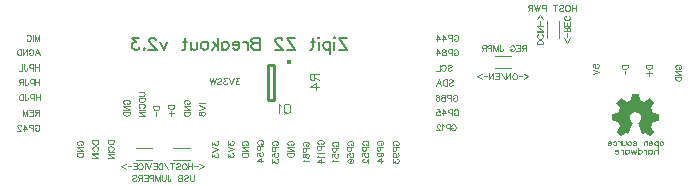
<source format=gbr>
G04 DipTrace 2.4.0.2*
%INBottomSilk.gbr*%
%MOIN*%
%ADD10C,0.0098*%
%ADD12C,0.003*%
%ADD39C,0.0039*%
%ADD44C,0.0154*%
%ADD98C,0.0046*%
%ADD99C,0.0062*%
%FSLAX44Y44*%
G04*
G70*
G90*
G75*
G01*
%LNBotSilk*%
%LPD*%
X13720Y5390D2*
D39*
X13160D1*
X13720Y4990D2*
X13160D1*
X14410D2*
X14970D1*
X14410Y5390D2*
X14970D1*
X27271Y9056D2*
Y9616D1*
X26871Y9056D2*
Y9616D1*
X25687Y8452D2*
X25127D1*
X25687Y8052D2*
X25127D1*
G36*
X29894Y6232D2*
X29942Y6261D1*
X29980Y6306D1*
X30001Y6357D1*
X30008Y6409D1*
X29995Y6476D1*
X29956Y6533D1*
X29899Y6576D1*
X29818Y6594D1*
X29739Y6576D1*
X29684Y6540D1*
X29645Y6480D1*
X29630Y6409D1*
X29639Y6349D1*
X29665Y6295D1*
X29698Y6260D1*
X29745Y6231D1*
X29583Y5867D1*
X29504Y5899D1*
X29336Y5789D1*
X29189Y5946D1*
X29301Y6117D1*
X29233Y6275D1*
X29028Y6317D1*
Y6526D1*
X29240Y6571D1*
X29307Y6720D1*
X29186Y6910D1*
X29329Y7056D1*
X29524Y6933D1*
X29671Y6998D1*
X29711Y7215D1*
X29926D1*
X29966Y6994D1*
X30116Y6934D1*
X30295Y7053D1*
X30450Y6911D1*
X30331Y6732D1*
X30402Y6577D1*
X30604Y6530D1*
Y6315D1*
X30402Y6268D1*
X30331Y6113D1*
X30450Y5934D1*
X30295Y5791D1*
X30128Y5899D1*
X30045Y5851D1*
X29894Y6232D1*
G37*
D44*
X18259Y8266D3*
X17757Y8174D2*
D10*
Y6993D1*
X17561D1*
Y8174D1*
X17757D1*
X18233Y6872D2*
D98*
X18262Y6858D1*
X18291Y6829D1*
X18305Y6800D1*
X18320Y6757D1*
Y6686D1*
X18305Y6642D1*
X18291Y6614D1*
X18262Y6585D1*
X18233Y6571D1*
X18176D1*
X18147Y6585D1*
X18119Y6614D1*
X18104Y6642D1*
X18090Y6686D1*
Y6757D1*
X18104Y6800D1*
X18119Y6829D1*
X18147Y6858D1*
X18176Y6872D1*
X18233D1*
X18190Y6628D2*
X18104Y6542D1*
X17997Y6814D2*
X17968Y6829D1*
X17925Y6872D1*
Y6571D1*
X19120Y7854D2*
Y7725D1*
X19105Y7682D1*
X19091Y7668D1*
X19063Y7654D1*
X19034D1*
X19005Y7668D1*
X18991Y7682D1*
X18976Y7725D1*
Y7854D1*
X19278D1*
X19120Y7754D2*
X19278Y7654D1*
Y7417D2*
X18977D1*
X19177Y7561D1*
Y7346D1*
X9789Y8971D2*
D12*
Y9172D1*
X9866Y8971D1*
X9942Y9172D1*
Y8971D1*
X9727Y9172D2*
Y8971D1*
X9522Y9124D2*
X9532Y9143D1*
X9551Y9162D1*
X9570Y9172D1*
X9608D1*
X9627Y9162D1*
X9646Y9143D1*
X9656Y9124D1*
X9666Y9095D1*
Y9047D1*
X9656Y9019D1*
X9646Y8999D1*
X9627Y8980D1*
X9608Y8971D1*
X9570D1*
X9551Y8980D1*
X9532Y8999D1*
X9522Y9019D1*
X9805Y8490D2*
X9882Y8691D1*
X9958Y8490D1*
X9930Y8557D2*
X9834D1*
X9600Y8643D2*
X9610Y8662D1*
X9629Y8681D1*
X9648Y8691D1*
X9686D1*
X9705Y8681D1*
X9724Y8662D1*
X9734Y8643D1*
X9744Y8614D1*
Y8566D1*
X9734Y8538D1*
X9724Y8519D1*
X9705Y8500D1*
X9686Y8490D1*
X9648D1*
X9629Y8500D1*
X9610Y8519D1*
X9600Y8538D1*
Y8566D1*
X9648D1*
X9404Y8691D2*
Y8490D1*
X9538Y8691D1*
Y8490D1*
X9343Y8691D2*
Y8490D1*
X9276D1*
X9247Y8500D1*
X9228Y8519D1*
X9218Y8538D1*
X9209Y8566D1*
Y8614D1*
X9218Y8643D1*
X9228Y8662D1*
X9247Y8681D1*
X9276Y8691D1*
X9343D1*
X9937Y8183D2*
Y7982D1*
X9803Y8183D2*
Y7982D1*
X9937Y8087D2*
X9803D1*
X9741Y8078D2*
X9655D1*
X9626Y8087D1*
X9616Y8097D1*
X9607Y8116D1*
Y8145D1*
X9616Y8164D1*
X9626Y8174D1*
X9655Y8183D1*
X9741D1*
Y7982D1*
X9449Y8183D2*
Y8030D1*
X9459Y8001D1*
X9469Y7992D1*
X9488Y7982D1*
X9507D1*
X9526Y7992D1*
X9535Y8001D1*
X9545Y8030D1*
Y8049D1*
X9388Y8183D2*
Y7982D1*
X9273D1*
X9955Y7684D2*
Y7483D1*
X9821Y7684D2*
Y7483D1*
X9955Y7589D2*
X9821D1*
X9759Y7579D2*
X9673D1*
X9645Y7589D1*
X9635Y7598D1*
X9625Y7617D1*
Y7646D1*
X9635Y7665D1*
X9645Y7675D1*
X9673Y7684D1*
X9759D1*
Y7483D1*
X9468Y7684D2*
Y7531D1*
X9477Y7503D1*
X9487Y7493D1*
X9506Y7483D1*
X9525D1*
X9544Y7493D1*
X9554Y7503D1*
X9564Y7531D1*
Y7550D1*
X9406Y7589D2*
X9320D1*
X9291Y7598D1*
X9282Y7608D1*
X9272Y7627D1*
Y7646D1*
X9282Y7665D1*
X9291Y7675D1*
X9320Y7684D1*
X9406D1*
Y7483D1*
X9339Y7589D2*
X9272Y7483D1*
X9957Y7183D2*
Y6983D1*
X9823Y7183D2*
Y6983D1*
X9957Y7088D2*
X9823D1*
X9761Y7078D2*
X9675D1*
X9646Y7088D1*
X9636Y7097D1*
X9627Y7116D1*
Y7145D1*
X9636Y7164D1*
X9646Y7174D1*
X9675Y7183D1*
X9761D1*
Y6983D1*
X9469Y7183D2*
Y7030D1*
X9479Y7002D1*
X9489Y6992D1*
X9508Y6983D1*
X9527D1*
X9546Y6992D1*
X9555Y7002D1*
X9565Y7030D1*
Y7050D1*
X9408Y7183D2*
Y6983D1*
X9341D1*
X9312Y6992D1*
X9293Y7011D1*
X9283Y7030D1*
X9274Y7059D1*
Y7107D1*
X9283Y7136D1*
X9293Y7155D1*
X9312Y7174D1*
X9341Y7183D1*
X9408D1*
X9926Y6586D2*
X9840D1*
X9811Y6596D1*
X9802Y6605D1*
X9792Y6624D1*
Y6643D1*
X9802Y6662D1*
X9811Y6672D1*
X9840Y6682D1*
X9926D1*
Y6481D1*
X9859Y6586D2*
X9792Y6481D1*
X9606Y6682D2*
X9730D1*
Y6481D1*
X9606D1*
X9730Y6586D2*
X9654D1*
X9391Y6481D2*
Y6682D1*
X9468Y6481D1*
X9544Y6682D1*
Y6481D1*
X9805Y6134D2*
X9815Y6153D1*
X9834Y6172D1*
X9853Y6181D1*
X9891D1*
X9910Y6172D1*
X9929Y6153D1*
X9939Y6134D1*
X9949Y6105D1*
Y6057D1*
X9939Y6028D1*
X9929Y6009D1*
X9910Y5990D1*
X9891Y5980D1*
X9853D1*
X9834Y5990D1*
X9815Y6009D1*
X9805Y6028D1*
Y6057D1*
X9853D1*
X9743Y6076D2*
X9657D1*
X9629Y6086D1*
X9619Y6095D1*
X9609Y6114D1*
Y6143D1*
X9619Y6162D1*
X9629Y6172D1*
X9657Y6181D1*
X9743D1*
Y5980D1*
X9452D2*
Y6181D1*
X9548Y6047D1*
X9404D1*
X9333Y6133D2*
Y6143D1*
X9323Y6162D1*
X9314Y6172D1*
X9294Y6181D1*
X9256D1*
X9237Y6172D1*
X9228Y6162D1*
X9218Y6143D1*
Y6124D1*
X9228Y6105D1*
X9247Y6076D1*
X9342Y5980D1*
X9208D1*
X11258Y5490D2*
X11239Y5500D1*
X11220Y5519D1*
X11211Y5538D1*
Y5576D1*
X11220Y5595D1*
X11239Y5614D1*
X11258Y5624D1*
X11287Y5634D1*
X11335D1*
X11364Y5624D1*
X11383Y5614D1*
X11402Y5595D1*
X11412Y5576D1*
Y5538D1*
X11402Y5519D1*
X11383Y5500D1*
X11364Y5490D1*
X11335D1*
Y5538D1*
X11211Y5294D2*
X11412D1*
X11211Y5428D1*
X11412D1*
X11211Y5233D2*
X11412D1*
Y5166D1*
X11402Y5137D1*
X11383Y5118D1*
X11364Y5108D1*
X11335Y5099D1*
X11287D1*
X11258Y5108D1*
X11239Y5118D1*
X11220Y5137D1*
X11211Y5166D1*
Y5233D1*
X11717Y5649D2*
X11918D1*
Y5582D1*
X11908Y5553D1*
X11889Y5534D1*
X11870Y5524D1*
X11842Y5515D1*
X11794D1*
X11765Y5524D1*
X11746Y5534D1*
X11727Y5553D1*
X11717Y5582D1*
Y5649D1*
X11765Y5310D2*
X11746Y5319D1*
X11727Y5338D1*
X11717Y5357D1*
Y5396D1*
X11727Y5415D1*
X11746Y5434D1*
X11765Y5444D1*
X11794Y5453D1*
X11842D1*
X11870Y5444D1*
X11889Y5434D1*
X11908Y5415D1*
X11918Y5396D1*
Y5357D1*
X11908Y5338D1*
X11889Y5319D1*
X11870Y5310D1*
X11717Y5248D2*
X11918D1*
X11717Y5052D2*
X11918D1*
X11717Y5186D1*
X11918D1*
X12228Y5651D2*
X12429D1*
Y5584D1*
X12420Y5555D1*
X12401Y5536D1*
X12381Y5526D1*
X12353Y5517D1*
X12305D1*
X12276Y5526D1*
X12257Y5536D1*
X12238Y5555D1*
X12228Y5584D1*
Y5651D1*
X12276Y5311D2*
X12257Y5321D1*
X12238Y5340D1*
X12228Y5359D1*
Y5397D1*
X12238Y5417D1*
X12257Y5436D1*
X12276Y5445D1*
X12305Y5455D1*
X12353D1*
X12381Y5445D1*
X12401Y5436D1*
X12420Y5417D1*
X12429Y5397D1*
Y5359D1*
X12420Y5340D1*
X12401Y5321D1*
X12381Y5311D1*
X12228Y5250D2*
X12429D1*
X12228Y5054D2*
X12429D1*
X12228Y5188D1*
X12429D1*
X12803Y6868D2*
X12784Y6877D1*
X12765Y6896D1*
X12755Y6915D1*
Y6954D1*
X12765Y6973D1*
X12784Y6992D1*
X12803Y7002D1*
X12832Y7011D1*
X12880D1*
X12908Y7002D1*
X12927Y6992D1*
X12946Y6973D1*
X12956Y6954D1*
Y6915D1*
X12946Y6896D1*
X12927Y6877D1*
X12908Y6868D1*
X12880D1*
Y6915D1*
X12755Y6672D2*
X12956D1*
X12755Y6806D1*
X12956D1*
X12755Y6610D2*
X12956D1*
Y6543D1*
X12946Y6515D1*
X12927Y6495D1*
X12908Y6486D1*
X12880Y6476D1*
X12832D1*
X12803Y6486D1*
X12784Y6495D1*
X12765Y6515D1*
X12755Y6543D1*
Y6610D1*
X13256Y7268D2*
X13399D1*
X13428Y7258D1*
X13447Y7239D1*
X13457Y7210D1*
Y7191D1*
X13447Y7163D1*
X13428Y7143D1*
X13399Y7134D1*
X13256D1*
Y7072D2*
X13457D1*
Y7005D1*
X13447Y6976D1*
X13428Y6957D1*
X13409Y6948D1*
X13380Y6938D1*
X13332D1*
X13304Y6948D1*
X13285Y6957D1*
X13265Y6976D1*
X13256Y7005D1*
Y7072D1*
X13304Y6733D2*
X13285Y6742D1*
X13265Y6762D1*
X13256Y6781D1*
Y6819D1*
X13265Y6838D1*
X13285Y6857D1*
X13304Y6867D1*
X13332Y6876D1*
X13380D1*
X13409Y6867D1*
X13428Y6857D1*
X13447Y6838D1*
X13457Y6819D1*
Y6781D1*
X13447Y6762D1*
X13428Y6742D1*
X13409Y6733D1*
X13256Y6671D2*
X13457D1*
X13256Y6475D2*
X13457D1*
X13256Y6609D1*
X13457D1*
X13748Y6784D2*
X13949D1*
Y6717D1*
X13939Y6689D1*
X13920Y6669D1*
X13901Y6660D1*
X13872Y6650D1*
X13824D1*
X13795Y6660D1*
X13776Y6669D1*
X13757Y6689D1*
X13748Y6717D1*
Y6784D1*
X13848Y6589D2*
Y6478D1*
X14246Y6840D2*
X14447D1*
Y6773D1*
X14437Y6744D1*
X14418Y6725D1*
X14399Y6715D1*
X14370Y6706D1*
X14322D1*
X14293Y6715D1*
X14274Y6725D1*
X14255Y6744D1*
X14246Y6773D1*
Y6840D1*
X14260Y6558D2*
X14432D1*
X14346Y6644D2*
Y6472D1*
X14811Y6855D2*
X14792Y6865D1*
X14773Y6884D1*
X14763Y6903D1*
Y6941D1*
X14773Y6960D1*
X14792Y6979D1*
X14811Y6989D1*
X14840Y6998D1*
X14888D1*
X14916Y6989D1*
X14935Y6979D1*
X14954Y6960D1*
X14964Y6941D1*
Y6903D1*
X14954Y6884D1*
X14935Y6865D1*
X14916Y6855D1*
X14888D1*
Y6903D1*
X14763Y6659D2*
X14964D1*
X14763Y6793D1*
X14964D1*
X14763Y6598D2*
X14964D1*
Y6531D1*
X14954Y6502D1*
X14935Y6483D1*
X14916Y6473D1*
X14888Y6464D1*
X14840D1*
X14811Y6473D1*
X14792Y6483D1*
X14773Y6502D1*
X14763Y6531D1*
Y6598D1*
X15295Y6932D2*
X15285Y6912D1*
X15257Y6884D1*
X15457D1*
X15256Y6822D2*
X15457Y6745D1*
X15256Y6669D1*
X15257Y6559D2*
X15266Y6588D1*
X15285Y6598D1*
X15304D1*
X15323Y6588D1*
X15333Y6569D1*
X15343Y6531D1*
X15352Y6502D1*
X15371Y6483D1*
X15390Y6473D1*
X15419D1*
X15438Y6483D1*
X15448Y6492D1*
X15457Y6521D1*
Y6559D1*
X15448Y6588D1*
X15438Y6598D1*
X15419Y6607D1*
X15390D1*
X15371Y6598D1*
X15352Y6578D1*
X15343Y6550D1*
X15333Y6512D1*
X15323Y6492D1*
X15304Y6483D1*
X15285D1*
X15266Y6492D1*
X15257Y6521D1*
Y6559D1*
X15709Y5612D2*
Y5507D1*
X15786Y5564D1*
Y5535D1*
X15795Y5516D1*
X15805Y5507D1*
X15833Y5497D1*
X15852D1*
X15881Y5507D1*
X15900Y5526D1*
X15910Y5555D1*
Y5583D1*
X15900Y5612D1*
X15891Y5621D1*
X15872Y5631D1*
X15709Y5435D2*
X15910Y5359D1*
X15709Y5282D1*
Y5201D2*
Y5096D1*
X15786Y5154D1*
Y5125D1*
X15795Y5106D1*
X15805Y5096D1*
X15833Y5087D1*
X15852D1*
X15881Y5096D1*
X15900Y5115D1*
X15910Y5144D1*
Y5173D1*
X15900Y5201D1*
X15891Y5211D1*
X15872Y5221D1*
X16224Y5620D2*
Y5515D1*
X16300Y5572D1*
Y5544D1*
X16310Y5525D1*
X16319Y5515D1*
X16348Y5505D1*
X16367D1*
X16396Y5515D1*
X16415Y5534D1*
X16425Y5563D1*
Y5591D1*
X16415Y5620D1*
X16405Y5630D1*
X16386Y5639D1*
X16224Y5444D2*
X16425Y5367D1*
X16224Y5291D1*
Y5210D2*
Y5105D1*
X16300Y5162D1*
Y5133D1*
X16310Y5114D1*
X16319Y5105D1*
X16348Y5095D1*
X16367D1*
X16396Y5105D1*
X16415Y5124D1*
X16425Y5152D1*
Y5181D1*
X16415Y5210D1*
X16405Y5219D1*
X16386Y5229D1*
X16758Y5485D2*
X16739Y5495D1*
X16720Y5514D1*
X16710Y5533D1*
Y5571D1*
X16720Y5591D1*
X16739Y5610D1*
X16758Y5619D1*
X16787Y5629D1*
X16835D1*
X16863Y5619D1*
X16883Y5610D1*
X16902Y5591D1*
X16911Y5571D1*
Y5533D1*
X16902Y5514D1*
X16883Y5495D1*
X16863Y5485D1*
X16835D1*
Y5533D1*
X16710Y5290D2*
X16911D1*
X16710Y5424D1*
X16911D1*
X16710Y5228D2*
X16911D1*
Y5161D1*
X16902Y5132D1*
X16883Y5113D1*
X16863Y5104D1*
X16835Y5094D1*
X16787D1*
X16758Y5104D1*
X16739Y5113D1*
X16720Y5132D1*
X16710Y5161D1*
Y5228D1*
X17261Y5515D2*
X17242Y5524D1*
X17223Y5543D1*
X17213Y5562D1*
Y5601D1*
X17223Y5620D1*
X17242Y5639D1*
X17261Y5649D1*
X17290Y5658D1*
X17338D1*
X17366Y5649D1*
X17386Y5639D1*
X17405Y5620D1*
X17414Y5601D1*
Y5562D1*
X17405Y5543D1*
X17386Y5524D1*
X17366Y5515D1*
X17338D1*
Y5562D1*
X17319Y5453D2*
Y5367D1*
X17309Y5338D1*
X17299Y5328D1*
X17280Y5319D1*
X17252D1*
X17233Y5328D1*
X17223Y5338D1*
X17213Y5367D1*
Y5453D1*
X17414D1*
X17214Y5142D2*
Y5238D1*
X17300Y5247D1*
X17290Y5238D1*
X17280Y5209D1*
Y5181D1*
X17290Y5152D1*
X17309Y5133D1*
X17338Y5123D1*
X17357D1*
X17386Y5133D1*
X17405Y5152D1*
X17414Y5181D1*
Y5209D1*
X17405Y5238D1*
X17395Y5247D1*
X17376Y5257D1*
X17414Y4966D2*
X17214D1*
X17347Y5061D1*
Y4918D1*
X18269Y5491D2*
X18250Y5500D1*
X18231Y5519D1*
X18221Y5538D1*
Y5577D1*
X18231Y5596D1*
X18250Y5615D1*
X18269Y5625D1*
X18298Y5634D1*
X18346D1*
X18374Y5625D1*
X18393Y5615D1*
X18412Y5596D1*
X18422Y5577D1*
Y5538D1*
X18412Y5519D1*
X18393Y5500D1*
X18374Y5491D1*
X18346D1*
Y5538D1*
X18221Y5295D2*
X18422D1*
X18221Y5429D1*
X18422D1*
X18221Y5233D2*
X18422D1*
Y5166D1*
X18412Y5137D1*
X18393Y5118D1*
X18374Y5109D1*
X18346Y5099D1*
X18298D1*
X18269Y5109D1*
X18250Y5118D1*
X18231Y5137D1*
X18221Y5166D1*
Y5233D1*
X17758Y5491D2*
X17739Y5501D1*
X17719Y5520D1*
X17710Y5539D1*
Y5577D1*
X17719Y5596D1*
X17739Y5615D1*
X17758Y5625D1*
X17786Y5635D1*
X17834D1*
X17863Y5625D1*
X17882Y5615D1*
X17901Y5596D1*
X17911Y5577D1*
Y5539D1*
X17901Y5520D1*
X17882Y5501D1*
X17863Y5491D1*
X17834D1*
Y5539D1*
X17815Y5429D2*
Y5343D1*
X17806Y5315D1*
X17796Y5305D1*
X17777Y5295D1*
X17748D1*
X17729Y5305D1*
X17719Y5315D1*
X17710Y5343D1*
Y5429D1*
X17911D1*
X17710Y5119D2*
Y5215D1*
X17796Y5224D1*
X17787Y5215D1*
X17777Y5186D1*
Y5157D1*
X17787Y5129D1*
X17806Y5109D1*
X17834Y5100D1*
X17853D1*
X17882Y5109D1*
X17901Y5129D1*
X17911Y5157D1*
Y5186D1*
X17901Y5215D1*
X17892Y5224D1*
X17873Y5234D1*
X17710Y5019D2*
Y4914D1*
X17787Y4971D1*
Y4942D1*
X17796Y4923D1*
X17806Y4914D1*
X17834Y4904D1*
X17853D1*
X17882Y4914D1*
X17901Y4933D1*
X17911Y4962D1*
Y4990D1*
X17901Y5019D1*
X17892Y5028D1*
X17873Y5038D1*
X18777Y5468D2*
X18758Y5478D1*
X18738Y5497D1*
X18729Y5516D1*
Y5554D1*
X18738Y5574D1*
X18758Y5593D1*
X18777Y5602D1*
X18805Y5612D1*
X18853D1*
X18882Y5602D1*
X18901Y5593D1*
X18920Y5574D1*
X18930Y5554D1*
Y5516D1*
X18920Y5497D1*
X18901Y5478D1*
X18882Y5468D1*
X18853D1*
Y5516D1*
X18834Y5407D2*
Y5320D1*
X18825Y5292D1*
X18815Y5282D1*
X18796Y5273D1*
X18767D1*
X18748Y5282D1*
X18738Y5292D1*
X18729Y5320D1*
Y5407D1*
X18930D1*
X18729Y5163D2*
X18739Y5192D1*
X18758Y5201D1*
X18777D1*
X18796Y5192D1*
X18806Y5173D1*
X18815Y5134D1*
X18825Y5106D1*
X18844Y5087D1*
X18863Y5077D1*
X18892D1*
X18911Y5087D1*
X18920Y5096D1*
X18930Y5125D1*
Y5163D1*
X18920Y5192D1*
X18911Y5201D1*
X18892Y5211D1*
X18863D1*
X18844Y5201D1*
X18825Y5182D1*
X18815Y5154D1*
X18806Y5115D1*
X18796Y5096D1*
X18777Y5087D1*
X18758D1*
X18739Y5096D1*
X18729Y5125D1*
Y5163D1*
X18767Y5015D2*
X18758Y4996D1*
X18729Y4967D1*
X18930D1*
X19268Y5521D2*
X19249Y5531D1*
X19230Y5550D1*
X19221Y5569D1*
Y5607D1*
X19230Y5626D1*
X19249Y5645D1*
X19268Y5655D1*
X19297Y5665D1*
X19345D1*
X19374Y5655D1*
X19393Y5645D1*
X19412Y5626D1*
X19422Y5607D1*
Y5569D1*
X19412Y5550D1*
X19393Y5531D1*
X19374Y5521D1*
X19345D1*
Y5569D1*
X19326Y5459D2*
Y5373D1*
X19316Y5345D1*
X19307Y5335D1*
X19288Y5325D1*
X19259D1*
X19240Y5335D1*
X19230Y5345D1*
X19221Y5373D1*
Y5459D1*
X19422D1*
X19259Y5264D2*
X19249Y5244D1*
X19221Y5216D1*
X19422D1*
X19259Y5154D2*
X19249Y5135D1*
X19221Y5106D1*
X19422D1*
Y4948D2*
X19221D1*
X19355Y5044D1*
Y4901D1*
X19765Y5467D2*
X19746Y5476D1*
X19726Y5496D1*
X19717Y5515D1*
Y5553D1*
X19726Y5572D1*
X19746Y5591D1*
X19765Y5601D1*
X19793Y5610D1*
X19841D1*
X19870Y5601D1*
X19889Y5591D1*
X19908Y5572D1*
X19918Y5553D1*
Y5515D1*
X19908Y5496D1*
X19889Y5476D1*
X19870Y5467D1*
X19841D1*
Y5515D1*
X19822Y5405D2*
Y5319D1*
X19813Y5290D1*
X19803Y5281D1*
X19784Y5271D1*
X19755D1*
X19736Y5281D1*
X19726Y5290D1*
X19717Y5319D1*
Y5405D1*
X19918D1*
X19717Y5095D2*
Y5190D1*
X19803Y5200D1*
X19794Y5190D1*
X19784Y5161D1*
Y5133D1*
X19794Y5104D1*
X19813Y5085D1*
X19841Y5075D1*
X19860D1*
X19889Y5085D1*
X19908Y5104D1*
X19918Y5133D1*
Y5161D1*
X19908Y5190D1*
X19899Y5200D1*
X19880Y5209D1*
X19755Y5014D2*
X19746Y4994D1*
X19717Y4966D1*
X19918D1*
X20266Y5486D2*
X20247Y5496D1*
X20228Y5515D1*
X20218Y5534D1*
Y5572D1*
X20228Y5591D1*
X20247Y5610D1*
X20266Y5620D1*
X20295Y5630D1*
X20343D1*
X20371Y5620D1*
X20391Y5610D1*
X20410Y5591D1*
X20419Y5572D1*
Y5534D1*
X20410Y5515D1*
X20391Y5496D1*
X20371Y5486D1*
X20343D1*
Y5534D1*
X20324Y5424D2*
Y5338D1*
X20314Y5310D1*
X20304Y5300D1*
X20285Y5290D1*
X20257D1*
X20238Y5300D1*
X20228Y5310D1*
X20218Y5338D1*
Y5424D1*
X20419D1*
X20219Y5114D2*
Y5209D1*
X20305Y5219D1*
X20295Y5209D1*
X20285Y5181D1*
Y5152D1*
X20295Y5123D1*
X20314Y5104D1*
X20343Y5095D1*
X20362D1*
X20391Y5104D1*
X20410Y5123D1*
X20419Y5152D1*
Y5181D1*
X20410Y5209D1*
X20400Y5219D1*
X20381Y5229D1*
X20219Y4975D2*
X20228Y5004D1*
X20257Y5023D1*
X20305Y5033D1*
X20333D1*
X20381Y5023D1*
X20410Y5004D1*
X20419Y4975D1*
Y4956D1*
X20410Y4928D1*
X20381Y4909D1*
X20333Y4899D1*
X20305D1*
X20257Y4909D1*
X20228Y4928D1*
X20219Y4956D1*
Y4975D1*
X20257Y4909D2*
X20381Y5023D1*
X20766Y5494D2*
X20747Y5504D1*
X20728Y5523D1*
X20718Y5542D1*
Y5580D1*
X20728Y5599D1*
X20747Y5618D1*
X20766Y5628D1*
X20795Y5638D1*
X20843D1*
X20871Y5628D1*
X20890Y5618D1*
X20909Y5599D1*
X20919Y5580D1*
Y5542D1*
X20909Y5523D1*
X20890Y5504D1*
X20871Y5494D1*
X20843D1*
Y5542D1*
X20823Y5432D2*
Y5346D1*
X20814Y5318D1*
X20804Y5308D1*
X20785Y5298D1*
X20756D1*
X20737Y5308D1*
X20728Y5318D1*
X20718Y5346D1*
Y5432D1*
X20919D1*
X20718Y5122D2*
Y5217D1*
X20804Y5227D1*
X20795Y5217D1*
X20785Y5189D1*
Y5160D1*
X20795Y5131D1*
X20814Y5112D1*
X20843Y5103D1*
X20862D1*
X20890Y5112D1*
X20910Y5131D1*
X20919Y5160D1*
Y5189D1*
X20910Y5217D1*
X20900Y5227D1*
X20881Y5237D1*
X20766Y5031D2*
X20757D1*
X20737Y5022D1*
X20728Y5012D1*
X20718Y4993D1*
Y4955D1*
X20728Y4936D1*
X20737Y4926D1*
X20757Y4917D1*
X20776D1*
X20795Y4926D1*
X20823Y4945D1*
X20919Y5041D1*
Y4907D1*
X21256Y5502D2*
X21237Y5512D1*
X21218Y5531D1*
X21208Y5550D1*
Y5588D1*
X21218Y5607D1*
X21237Y5627D1*
X21256Y5636D1*
X21285Y5646D1*
X21333D1*
X21361Y5636D1*
X21380Y5627D1*
X21399Y5607D1*
X21409Y5588D1*
Y5550D1*
X21399Y5531D1*
X21380Y5512D1*
X21361Y5502D1*
X21333D1*
Y5550D1*
X21313Y5441D2*
Y5354D1*
X21304Y5326D1*
X21294Y5316D1*
X21275Y5307D1*
X21247D1*
X21227Y5316D1*
X21218Y5326D1*
X21208Y5354D1*
Y5441D1*
X21409D1*
X21275Y5120D2*
X21304Y5130D1*
X21323Y5149D1*
X21333Y5178D1*
Y5187D1*
X21323Y5216D1*
X21304Y5235D1*
X21275Y5245D1*
X21266D1*
X21237Y5235D1*
X21218Y5216D1*
X21208Y5187D1*
Y5178D1*
X21218Y5149D1*
X21237Y5130D1*
X21275Y5120D1*
X21323D1*
X21371Y5130D1*
X21400Y5149D1*
X21409Y5178D1*
Y5197D1*
X21400Y5226D1*
X21380Y5235D1*
X21409Y4963D2*
X21208D1*
X21342Y5059D1*
Y4915D1*
X21771Y5483D2*
X21751Y5493D1*
X21732Y5512D1*
X21723Y5531D1*
Y5569D1*
X21732Y5588D1*
X21751Y5607D1*
X21771Y5617D1*
X21799Y5626D1*
X21847D1*
X21876Y5617D1*
X21895Y5607D1*
X21914Y5588D1*
X21924Y5569D1*
Y5531D1*
X21914Y5512D1*
X21895Y5493D1*
X21876Y5483D1*
X21847D1*
Y5531D1*
X21828Y5421D2*
Y5335D1*
X21818Y5307D1*
X21809Y5297D1*
X21790Y5287D1*
X21761D1*
X21742Y5297D1*
X21732Y5307D1*
X21723Y5335D1*
Y5421D1*
X21924D1*
X21790Y5101D2*
X21818Y5111D1*
X21838Y5130D1*
X21847Y5159D1*
Y5168D1*
X21838Y5197D1*
X21818Y5216D1*
X21790Y5226D1*
X21780D1*
X21751Y5216D1*
X21732Y5197D1*
X21723Y5168D1*
Y5159D1*
X21732Y5130D1*
X21751Y5111D1*
X21790Y5101D1*
X21838D1*
X21885Y5111D1*
X21914Y5130D1*
X21924Y5159D1*
Y5178D1*
X21914Y5206D1*
X21895Y5216D1*
X21723Y5020D2*
Y4915D1*
X21799Y4972D1*
Y4944D1*
X21809Y4925D1*
X21818Y4915D1*
X21847Y4905D1*
X21866D1*
X21895Y4915D1*
X21914Y4934D1*
X21924Y4963D1*
Y4992D1*
X21914Y5020D1*
X21904Y5030D1*
X21885Y5039D1*
X23687Y6136D2*
X23696Y6155D1*
X23715Y6174D1*
X23734Y6184D1*
X23773D1*
X23792Y6174D1*
X23811Y6155D1*
X23821Y6136D1*
X23830Y6107D1*
Y6059D1*
X23821Y6031D1*
X23811Y6011D1*
X23792Y5992D1*
X23773Y5983D1*
X23734D1*
X23715Y5992D1*
X23696Y6011D1*
X23687Y6031D1*
Y6059D1*
X23734D1*
X23625Y6078D2*
X23539D1*
X23510Y6088D1*
X23500Y6098D1*
X23491Y6117D1*
Y6145D1*
X23500Y6164D1*
X23510Y6174D1*
X23539Y6184D1*
X23625D1*
Y5983D1*
X23429Y6145D2*
X23410Y6155D1*
X23381Y6183D1*
Y5983D1*
X23310Y6136D2*
Y6145D1*
X23300Y6164D1*
X23291Y6174D1*
X23271Y6183D1*
X23233D1*
X23214Y6174D1*
X23205Y6164D1*
X23195Y6145D1*
Y6126D1*
X23205Y6107D1*
X23224Y6078D1*
X23319Y5983D1*
X23185D1*
X23770Y6637D2*
X23779Y6656D1*
X23799Y6676D1*
X23818Y6685D1*
X23856D1*
X23875Y6676D1*
X23894Y6656D1*
X23904Y6637D1*
X23913Y6609D1*
Y6561D1*
X23904Y6532D1*
X23894Y6513D1*
X23875Y6494D1*
X23856Y6484D1*
X23818D1*
X23799Y6494D1*
X23779Y6513D1*
X23770Y6532D1*
Y6561D1*
X23818D1*
X23708Y6580D2*
X23622D1*
X23593Y6589D1*
X23584Y6599D1*
X23574Y6618D1*
Y6647D1*
X23584Y6666D1*
X23593Y6676D1*
X23622Y6685D1*
X23708D1*
Y6484D1*
X23417D2*
Y6685D1*
X23512Y6551D1*
X23369D1*
X23192Y6685D2*
X23288D1*
X23297Y6599D1*
X23288Y6608D1*
X23259Y6618D1*
X23231D1*
X23202Y6608D1*
X23183Y6589D1*
X23173Y6561D1*
Y6542D1*
X23183Y6513D1*
X23202Y6494D1*
X23231Y6484D1*
X23259D1*
X23288Y6494D1*
X23297Y6503D1*
X23307Y6522D1*
X23737Y7126D2*
X23747Y7145D1*
X23766Y7164D1*
X23785Y7173D1*
X23823D1*
X23842Y7164D1*
X23861Y7145D1*
X23871Y7126D1*
X23881Y7097D1*
Y7049D1*
X23871Y7020D1*
X23861Y7001D1*
X23842Y6982D1*
X23823Y6973D1*
X23785D1*
X23766Y6982D1*
X23747Y7001D1*
X23737Y7020D1*
Y7049D1*
X23785D1*
X23675Y7068D2*
X23589D1*
X23561Y7078D1*
X23551Y7087D1*
X23541Y7106D1*
Y7135D1*
X23551Y7154D1*
X23561Y7164D1*
X23589Y7173D1*
X23675D1*
Y6973D1*
X23432Y7173D2*
X23460Y7164D1*
X23470Y7145D1*
Y7126D1*
X23460Y7106D1*
X23441Y7097D1*
X23403Y7087D1*
X23374Y7078D1*
X23355Y7059D1*
X23346Y7040D1*
Y7011D1*
X23355Y6992D1*
X23365Y6982D1*
X23394Y6973D1*
X23432D1*
X23460Y6982D1*
X23470Y6992D1*
X23480Y7011D1*
Y7040D1*
X23470Y7059D1*
X23451Y7078D1*
X23422Y7087D1*
X23384Y7097D1*
X23365Y7106D1*
X23355Y7126D1*
Y7145D1*
X23365Y7164D1*
X23394Y7173D1*
X23432D1*
X23169Y7145D2*
X23179Y7164D1*
X23208Y7173D1*
X23227D1*
X23255Y7164D1*
X23275Y7135D1*
X23284Y7087D1*
Y7040D1*
X23275Y7001D1*
X23255Y6982D1*
X23227Y6973D1*
X23217D1*
X23189Y6982D1*
X23169Y7001D1*
X23160Y7030D1*
Y7040D1*
X23169Y7068D1*
X23189Y7087D1*
X23217Y7097D1*
X23227D1*
X23255Y7087D1*
X23275Y7068D1*
X23284Y7040D1*
X23590Y7654D2*
X23609Y7674D1*
X23638Y7683D1*
X23676D1*
X23705Y7674D1*
X23724Y7654D1*
Y7635D1*
X23714Y7616D1*
X23705Y7607D1*
X23686Y7597D1*
X23628Y7578D1*
X23609Y7568D1*
X23600Y7559D1*
X23590Y7540D1*
Y7511D1*
X23609Y7492D1*
X23638Y7482D1*
X23676D1*
X23705Y7492D1*
X23724Y7511D1*
X23528Y7683D2*
Y7482D1*
X23461D1*
X23433Y7492D1*
X23413Y7511D1*
X23404Y7530D1*
X23394Y7559D1*
Y7607D1*
X23404Y7635D1*
X23413Y7654D1*
X23433Y7674D1*
X23461Y7683D1*
X23528D1*
X23180Y7482D2*
X23256Y7683D1*
X23333Y7482D1*
X23304Y7549D2*
X23208D1*
X23556Y8148D2*
X23575Y8167D1*
X23604Y8176D1*
X23642D1*
X23671Y8167D1*
X23690Y8148D1*
Y8129D1*
X23680Y8109D1*
X23671Y8100D1*
X23652Y8090D1*
X23594Y8071D1*
X23575Y8062D1*
X23566Y8052D1*
X23556Y8033D1*
Y8004D1*
X23575Y7985D1*
X23604Y7975D1*
X23642D1*
X23671Y7985D1*
X23690Y8004D1*
X23351Y8129D2*
X23360Y8148D1*
X23380Y8167D1*
X23399Y8176D1*
X23437D1*
X23456Y8167D1*
X23475Y8148D1*
X23485Y8129D1*
X23494Y8100D1*
Y8052D1*
X23485Y8023D1*
X23475Y8004D1*
X23456Y7985D1*
X23437Y7975D1*
X23399D1*
X23380Y7985D1*
X23360Y8004D1*
X23351Y8023D1*
X23289Y8176D2*
Y7975D1*
X23174D1*
X23756Y8637D2*
X23766Y8656D1*
X23785Y8675D1*
X23804Y8684D1*
X23842D1*
X23862Y8675D1*
X23881Y8656D1*
X23890Y8637D1*
X23900Y8608D1*
Y8560D1*
X23890Y8531D1*
X23881Y8512D1*
X23862Y8493D1*
X23842Y8483D1*
X23804D1*
X23785Y8493D1*
X23766Y8512D1*
X23756Y8531D1*
Y8560D1*
X23804D1*
X23695Y8579D2*
X23608D1*
X23580Y8589D1*
X23570Y8598D1*
X23561Y8617D1*
Y8646D1*
X23570Y8665D1*
X23580Y8675D1*
X23608Y8684D1*
X23695D1*
Y8483D1*
X23451Y8684D2*
X23480Y8675D1*
X23489Y8656D1*
Y8636D1*
X23480Y8617D1*
X23461Y8608D1*
X23422Y8598D1*
X23394Y8589D1*
X23375Y8569D1*
X23365Y8550D1*
Y8522D1*
X23375Y8503D1*
X23384Y8493D1*
X23413Y8483D1*
X23451D1*
X23480Y8493D1*
X23489Y8503D1*
X23499Y8522D1*
Y8550D1*
X23489Y8569D1*
X23470Y8589D1*
X23442Y8598D1*
X23403Y8608D1*
X23384Y8617D1*
X23375Y8636D1*
Y8656D1*
X23384Y8675D1*
X23413Y8684D1*
X23451D1*
X23208Y8483D2*
Y8684D1*
X23303Y8550D1*
X23160D1*
X23768Y9125D2*
X23777Y9144D1*
X23797Y9163D1*
X23816Y9173D1*
X23854D1*
X23873Y9163D1*
X23892Y9144D1*
X23902Y9125D1*
X23911Y9096D1*
Y9048D1*
X23902Y9020D1*
X23892Y9000D1*
X23873Y8981D1*
X23854Y8972D1*
X23816D1*
X23797Y8981D1*
X23777Y9000D1*
X23768Y9020D1*
Y9048D1*
X23816D1*
X23706Y9067D2*
X23620D1*
X23591Y9077D1*
X23582Y9087D1*
X23572Y9106D1*
Y9134D1*
X23582Y9153D1*
X23591Y9163D1*
X23620Y9173D1*
X23706D1*
Y8972D1*
X23415D2*
Y9172D1*
X23510Y9039D1*
X23367D1*
X23209Y8972D2*
Y9172D1*
X23305Y9039D1*
X23162D1*
X15102Y4496D2*
Y4353D1*
X15092Y4324D1*
X15073Y4305D1*
X15044Y4295D1*
X15025D1*
X14997Y4305D1*
X14977Y4324D1*
X14968Y4353D1*
Y4496D1*
X14772Y4467D2*
X14791Y4487D1*
X14820Y4496D1*
X14858D1*
X14887Y4487D1*
X14906Y4467D1*
Y4448D1*
X14896Y4429D1*
X14887Y4420D1*
X14868Y4410D1*
X14810Y4391D1*
X14791Y4381D1*
X14782Y4372D1*
X14772Y4353D1*
Y4324D1*
X14791Y4305D1*
X14820Y4295D1*
X14858D1*
X14887Y4305D1*
X14906Y4324D1*
X14710Y4496D2*
Y4295D1*
X14624D1*
X14595Y4305D1*
X14586Y4314D1*
X14576Y4333D1*
Y4362D1*
X14586Y4381D1*
X14595Y4391D1*
X14624Y4400D1*
X14595Y4410D1*
X14586Y4420D1*
X14576Y4439D1*
Y4458D1*
X14586Y4477D1*
X14595Y4487D1*
X14624Y4496D1*
X14710D1*
Y4400D2*
X14624D1*
X14225Y4496D2*
Y4343D1*
X14234Y4314D1*
X14244Y4305D1*
X14263Y4295D1*
X14282D1*
X14301Y4305D1*
X14311Y4314D1*
X14320Y4343D1*
Y4362D1*
X14163Y4496D2*
Y4353D1*
X14153Y4324D1*
X14134Y4305D1*
X14105Y4295D1*
X14086D1*
X14058Y4305D1*
X14038Y4324D1*
X14029Y4353D1*
Y4496D1*
X13814Y4295D2*
Y4496D1*
X13891Y4295D1*
X13967Y4496D1*
Y4295D1*
X13752Y4391D2*
X13666D1*
X13638Y4400D1*
X13628Y4410D1*
X13618Y4429D1*
Y4458D1*
X13628Y4477D1*
X13638Y4487D1*
X13666Y4496D1*
X13752D1*
Y4295D1*
X13432Y4496D2*
X13557D1*
Y4295D1*
X13432D1*
X13557Y4400D2*
X13480D1*
X13371D2*
X13285D1*
X13256Y4410D1*
X13246Y4420D1*
X13237Y4439D1*
Y4458D1*
X13246Y4477D1*
X13256Y4487D1*
X13285Y4496D1*
X13371D1*
Y4295D1*
X13304Y4400D2*
X13237Y4295D1*
X13041Y4467D2*
X13060Y4487D1*
X13089Y4496D1*
X13127D1*
X13156Y4487D1*
X13175Y4467D1*
Y4448D1*
X13165Y4429D1*
X13156Y4420D1*
X13137Y4410D1*
X13079Y4391D1*
X13060Y4381D1*
X13050Y4372D1*
X13041Y4353D1*
Y4324D1*
X13060Y4305D1*
X13089Y4295D1*
X13127D1*
X13156Y4305D1*
X13175Y4324D1*
X15286Y4871D2*
X15439Y4785D1*
X15286Y4699D1*
X15224Y4785D2*
X15114D1*
X15052Y4886D2*
Y4685D1*
X14918Y4886D2*
Y4685D1*
X15052Y4790D2*
X14918D1*
X14799Y4886D2*
X14818Y4876D1*
X14837Y4857D1*
X14847Y4838D1*
X14856Y4809D1*
Y4761D1*
X14847Y4733D1*
X14837Y4713D1*
X14818Y4694D1*
X14799Y4685D1*
X14760D1*
X14741Y4694D1*
X14722Y4713D1*
X14713Y4733D1*
X14703Y4761D1*
Y4809D1*
X14713Y4838D1*
X14722Y4857D1*
X14741Y4876D1*
X14760Y4886D1*
X14799D1*
X14507Y4857D2*
X14526Y4876D1*
X14555Y4886D1*
X14593D1*
X14622Y4876D1*
X14641Y4857D1*
Y4838D1*
X14632Y4819D1*
X14622Y4809D1*
X14603Y4800D1*
X14546Y4780D1*
X14526Y4771D1*
X14517Y4761D1*
X14507Y4742D1*
Y4713D1*
X14526Y4694D1*
X14555Y4685D1*
X14593D1*
X14622Y4694D1*
X14641Y4713D1*
X14379Y4886D2*
Y4685D1*
X14446Y4886D2*
X14312D1*
X14250Y4685D2*
X14116Y4885D1*
X14054Y4886D2*
Y4685D1*
X13987D1*
X13958Y4694D1*
X13939Y4713D1*
X13930Y4733D1*
X13920Y4761D1*
Y4809D1*
X13930Y4838D1*
X13939Y4857D1*
X13958Y4876D1*
X13987Y4886D1*
X14054D1*
X13734D2*
X13858D1*
Y4685D1*
X13734D1*
X13858Y4790D2*
X13782D1*
X13672Y4886D2*
X13596Y4685D1*
X13519Y4886D1*
X13458D2*
Y4685D1*
X13252Y4838D2*
X13262Y4857D1*
X13281Y4876D1*
X13300Y4886D1*
X13338D1*
X13358Y4876D1*
X13377Y4857D1*
X13386Y4838D1*
X13396Y4809D1*
Y4761D1*
X13386Y4733D1*
X13377Y4713D1*
X13358Y4694D1*
X13338Y4685D1*
X13300D1*
X13281Y4694D1*
X13262Y4713D1*
X13252Y4733D1*
X13066Y4886D2*
X13191D1*
Y4685D1*
X13066D1*
X13191Y4790D2*
X13114D1*
X13005Y4785D2*
X12894D1*
X12832Y4871D2*
X12679Y4785D1*
X12832Y4699D1*
X27827Y10165D2*
Y9964D1*
X27693Y10165D2*
Y9964D1*
X27827Y10069D2*
X27693D1*
X27574Y10165D2*
X27593Y10155D1*
X27612Y10136D1*
X27622Y10117D1*
X27631Y10088D1*
Y10040D1*
X27622Y10012D1*
X27612Y9992D1*
X27593Y9973D1*
X27574Y9964D1*
X27536D1*
X27517Y9973D1*
X27497Y9992D1*
X27488Y10012D1*
X27478Y10040D1*
Y10088D1*
X27488Y10117D1*
X27497Y10136D1*
X27517Y10155D1*
X27536Y10165D1*
X27574D1*
X27283Y10136D2*
X27302Y10155D1*
X27330Y10165D1*
X27369D1*
X27397Y10155D1*
X27417Y10136D1*
Y10117D1*
X27407Y10098D1*
X27397Y10088D1*
X27378Y10079D1*
X27321Y10059D1*
X27302Y10050D1*
X27292Y10040D1*
X27283Y10021D1*
Y9992D1*
X27302Y9973D1*
X27330Y9964D1*
X27369D1*
X27397Y9973D1*
X27417Y9992D1*
X27154Y10165D2*
Y9964D1*
X27221Y10165D2*
X27087D1*
X26831Y10059D2*
X26745D1*
X26716Y10069D1*
X26706Y10079D1*
X26697Y10098D1*
Y10126D1*
X26706Y10145D1*
X26716Y10155D1*
X26745Y10165D1*
X26831D1*
Y9964D1*
X26635Y10165D2*
X26587Y9964D1*
X26539Y10165D1*
X26492Y9964D1*
X26444Y10165D1*
X26382Y10069D2*
X26296D1*
X26267Y10079D1*
X26257Y10088D1*
X26248Y10107D1*
Y10126D1*
X26257Y10145D1*
X26267Y10155D1*
X26296Y10165D1*
X26382D1*
Y9964D1*
X26315Y10069D2*
X26248Y9964D1*
X26739Y8852D2*
X26538D1*
Y8919D1*
X26548Y8948D1*
X26567Y8967D1*
X26586Y8976D1*
X26615Y8986D1*
X26663D1*
X26692Y8976D1*
X26711Y8967D1*
X26730Y8948D1*
X26739Y8919D1*
Y8852D1*
X26692Y9191D2*
X26711Y9182D1*
X26730Y9162D1*
X26739Y9143D1*
Y9105D1*
X26730Y9086D1*
X26711Y9067D1*
X26692Y9057D1*
X26663Y9048D1*
X26615D1*
X26586Y9057D1*
X26567Y9067D1*
X26548Y9086D1*
X26538Y9105D1*
Y9143D1*
X26548Y9162D1*
X26567Y9182D1*
X26586Y9191D1*
X26739Y9253D2*
X26538D1*
X26739Y9449D2*
X26538D1*
X26739Y9315D1*
X26538D1*
X26639Y9510D2*
Y9621D1*
X26725Y9683D2*
X26639Y9836D1*
X26553Y9683D1*
X27625Y9049D2*
X27539Y8896D1*
X27453Y9049D1*
X27539Y9111D2*
Y9221D1*
X27544Y9283D2*
Y9369D1*
X27553Y9398D1*
X27563Y9408D1*
X27582Y9417D1*
X27601D1*
X27620Y9408D1*
X27630Y9398D1*
X27639Y9369D1*
Y9283D1*
X27438D1*
X27544Y9350D2*
X27438Y9417D1*
X27639Y9603D2*
Y9479D1*
X27438D1*
Y9603D1*
X27544Y9479D2*
Y9555D1*
X27592Y9808D2*
X27611Y9799D1*
X27630Y9780D1*
X27639Y9761D1*
Y9722D1*
X27630Y9703D1*
X27611Y9684D1*
X27592Y9674D1*
X27563Y9665D1*
X27515D1*
X27486Y9674D1*
X27467Y9684D1*
X27448Y9703D1*
X27438Y9722D1*
Y9761D1*
X27448Y9780D1*
X27467Y9799D1*
X27486Y9808D1*
X27515D1*
Y9761D1*
X20195Y9080D2*
D99*
X19927D1*
X20195Y8678D1*
X19927D1*
X19803Y9080D2*
X19784Y9061D1*
X19765Y9080D1*
X19784Y9100D1*
X19803Y9080D1*
X19784Y8946D2*
Y8678D1*
X19641Y8946D2*
Y8544D1*
Y8889D2*
X19603Y8927D1*
X19565Y8946D1*
X19507D1*
X19469Y8927D1*
X19431Y8889D1*
X19411Y8831D1*
Y8793D1*
X19431Y8736D1*
X19469Y8697D1*
X19507Y8678D1*
X19565D1*
X19603Y8697D1*
X19641Y8736D1*
X19288Y9080D2*
X19269Y9061D1*
X19249Y9080D1*
X19269Y9100D1*
X19288Y9080D1*
X19269Y8946D2*
Y8678D1*
X19068Y9080D2*
Y8755D1*
X19049Y8698D1*
X19011Y8678D1*
X18973D1*
X19126Y8946D2*
X18992D1*
X18460Y9080D2*
X18192D1*
X18460Y8678D1*
X18192D1*
X18049Y8984D2*
Y9003D1*
X18030Y9042D1*
X18011Y9061D1*
X17973Y9080D1*
X17896D1*
X17858Y9061D1*
X17839Y9042D1*
X17820Y9003D1*
Y8965D1*
X17839Y8927D1*
X17877Y8870D1*
X18069Y8678D1*
X17801D1*
X17289Y9080D2*
Y8678D1*
X17116D1*
X17059Y8698D1*
X17040Y8717D1*
X17021Y8755D1*
Y8812D1*
X17040Y8851D1*
X17059Y8870D1*
X17116Y8889D1*
X17059Y8908D1*
X17040Y8927D1*
X17021Y8965D1*
Y9004D1*
X17040Y9042D1*
X17059Y9061D1*
X17116Y9080D1*
X17289D1*
Y8889D2*
X17116D1*
X16897Y8946D2*
Y8678D1*
Y8831D2*
X16878Y8889D1*
X16840Y8927D1*
X16801Y8946D1*
X16744D1*
X16620Y8831D2*
X16391D1*
Y8870D1*
X16410Y8908D1*
X16429Y8927D1*
X16467Y8946D1*
X16525D1*
X16563Y8927D1*
X16601Y8889D1*
X16620Y8831D1*
Y8793D1*
X16601Y8736D1*
X16563Y8698D1*
X16525Y8678D1*
X16467D1*
X16429Y8698D1*
X16391Y8736D1*
X16038Y8946D2*
Y8678D1*
Y8889D2*
X16076Y8927D1*
X16114Y8946D1*
X16171D1*
X16210Y8927D1*
X16248Y8889D1*
X16267Y8831D1*
Y8793D1*
X16248Y8736D1*
X16210Y8698D1*
X16171Y8678D1*
X16114D1*
X16076Y8698D1*
X16038Y8736D1*
X15914Y9080D2*
Y8678D1*
X15723Y8946D2*
X15914Y8755D1*
X15838Y8831D2*
X15704Y8678D1*
X15485Y8946D2*
X15523Y8927D1*
X15561Y8889D1*
X15580Y8831D1*
Y8793D1*
X15561Y8736D1*
X15523Y8698D1*
X15485Y8678D1*
X15427D1*
X15389Y8698D1*
X15351Y8736D1*
X15331Y8793D1*
Y8831D1*
X15351Y8889D1*
X15389Y8927D1*
X15427Y8946D1*
X15485D1*
X15208D2*
Y8755D1*
X15189Y8698D1*
X15150Y8678D1*
X15093D1*
X15055Y8698D1*
X14997Y8755D1*
Y8946D2*
Y8678D1*
X14816Y9080D2*
Y8755D1*
X14797Y8698D1*
X14759Y8678D1*
X14721D1*
X14874Y8946D2*
X14740D1*
X14209D2*
X14094Y8678D1*
X13979Y8946D1*
X13836Y8984D2*
Y9003D1*
X13817Y9042D1*
X13798Y9061D1*
X13760Y9080D1*
X13683D1*
X13645Y9061D1*
X13626Y9042D1*
X13607Y9003D1*
Y8965D1*
X13626Y8927D1*
X13664Y8870D1*
X13856Y8678D1*
X13588D1*
X13445Y8717D2*
X13464Y8697D1*
X13445Y8678D1*
X13426Y8697D1*
X13445Y8717D1*
X13264Y9080D2*
X13054D1*
X13168Y8927D1*
X13111D1*
X13073Y8908D1*
X13054Y8889D1*
X13034Y8831D1*
Y8793D1*
X13054Y8736D1*
X13092Y8697D1*
X13149Y8678D1*
X13207D1*
X13264Y8697D1*
X13283Y8717D1*
X13302Y8755D1*
X26173Y8729D2*
D12*
X26087D1*
X26058Y8739D1*
X26049Y8748D1*
X26039Y8767D1*
Y8787D1*
X26049Y8806D1*
X26058Y8815D1*
X26087Y8825D1*
X26173D1*
Y8624D1*
X26106Y8729D2*
X26039Y8624D1*
X25853Y8825D2*
X25977D1*
Y8624D1*
X25853D1*
X25977Y8729D2*
X25901D1*
X25648Y8777D2*
X25657Y8796D1*
X25677Y8815D1*
X25696Y8825D1*
X25734D1*
X25753Y8815D1*
X25772Y8796D1*
X25782Y8777D1*
X25791Y8748D1*
Y8700D1*
X25782Y8672D1*
X25772Y8653D1*
X25753Y8634D1*
X25734Y8624D1*
X25696D1*
X25677Y8634D1*
X25657Y8653D1*
X25648Y8672D1*
Y8700D1*
X25696D1*
X25296Y8825D2*
Y8672D1*
X25306Y8643D1*
X25315Y8634D1*
X25334Y8624D1*
X25354D1*
X25373Y8634D1*
X25382Y8643D1*
X25392Y8672D1*
Y8691D1*
X25081Y8624D2*
Y8825D1*
X25158Y8624D1*
X25234Y8825D1*
Y8624D1*
X25020Y8720D2*
X24933D1*
X24905Y8729D1*
X24895Y8739D1*
X24886Y8758D1*
Y8787D1*
X24895Y8806D1*
X24905Y8815D1*
X24933Y8825D1*
X25020D1*
Y8624D1*
X24824Y8729D2*
X24738D1*
X24709Y8739D1*
X24699Y8748D1*
X24690Y8767D1*
Y8787D1*
X24699Y8806D1*
X24709Y8815D1*
X24738Y8825D1*
X24824D1*
Y8624D1*
X24757Y8729D2*
X24690Y8624D1*
X26102Y7871D2*
X26255Y7785D1*
X26102Y7699D1*
X26040Y7785D2*
X25929D1*
X25810Y7886D2*
X25829Y7876D1*
X25848Y7857D1*
X25858Y7838D1*
X25868Y7809D1*
Y7761D1*
X25858Y7733D1*
X25848Y7713D1*
X25829Y7694D1*
X25810Y7685D1*
X25772D1*
X25753Y7694D1*
X25734Y7713D1*
X25724Y7733D1*
X25715Y7761D1*
Y7809D1*
X25724Y7838D1*
X25734Y7857D1*
X25753Y7876D1*
X25772Y7886D1*
X25810D1*
X25519D2*
Y7685D1*
X25653Y7886D1*
Y7685D1*
X25457D2*
X25323Y7885D1*
X25137Y7886D2*
X25261D1*
Y7685D1*
X25137D1*
X25261Y7790D2*
X25185D1*
X24941Y7886D2*
Y7685D1*
X25075Y7886D1*
Y7685D1*
X24880Y7785D2*
X24769D1*
X24707Y7871D2*
X24554Y7785D1*
X24707Y7699D1*
X30699Y5622D2*
X30718Y5613D1*
X30738Y5593D1*
X30747Y5565D1*
Y5546D1*
X30738Y5517D1*
X30718Y5498D1*
X30699Y5488D1*
X30671D1*
X30651Y5498D1*
X30632Y5517D1*
X30623Y5546D1*
Y5565D1*
X30632Y5593D1*
X30651Y5613D1*
X30671Y5622D1*
X30699D1*
X30561D2*
Y5421D1*
Y5593D2*
X30542Y5612D1*
X30523Y5622D1*
X30494D1*
X30475Y5612D1*
X30456Y5593D1*
X30446Y5565D1*
Y5545D1*
X30456Y5517D1*
X30475Y5498D1*
X30494Y5488D1*
X30523D1*
X30542Y5498D1*
X30561Y5517D1*
X30384Y5565D2*
X30269D1*
Y5584D1*
X30279Y5603D1*
X30288Y5613D1*
X30308Y5622D1*
X30336D1*
X30355Y5613D1*
X30375Y5593D1*
X30384Y5565D1*
Y5546D1*
X30375Y5517D1*
X30355Y5498D1*
X30336Y5488D1*
X30308D1*
X30288Y5498D1*
X30269Y5517D1*
X30208Y5622D2*
Y5488D1*
Y5584D2*
X30179Y5613D1*
X30160Y5622D1*
X30131D1*
X30112Y5613D1*
X30102Y5584D1*
Y5488D1*
X29741Y5593D2*
X29750Y5613D1*
X29779Y5622D1*
X29808D1*
X29837Y5613D1*
X29846Y5593D1*
X29837Y5574D1*
X29817Y5565D1*
X29770Y5555D1*
X29750Y5546D1*
X29741Y5526D1*
Y5517D1*
X29750Y5498D1*
X29779Y5488D1*
X29808D1*
X29837Y5498D1*
X29846Y5517D1*
X29631Y5622D2*
X29650Y5613D1*
X29670Y5593D1*
X29679Y5565D1*
Y5546D1*
X29670Y5517D1*
X29650Y5498D1*
X29631Y5488D1*
X29603D1*
X29583Y5498D1*
X29564Y5517D1*
X29555Y5546D1*
Y5565D1*
X29564Y5593D1*
X29583Y5613D1*
X29603Y5622D1*
X29631D1*
X29493D2*
Y5526D1*
X29483Y5498D1*
X29464Y5488D1*
X29436D1*
X29417Y5498D1*
X29388Y5526D1*
Y5622D2*
Y5488D1*
X29326Y5622D2*
Y5488D1*
Y5565D2*
X29316Y5593D1*
X29297Y5613D1*
X29278Y5622D1*
X29249D1*
X29073Y5593D2*
X29092Y5613D1*
X29111Y5622D1*
X29140D1*
X29159Y5613D1*
X29178Y5593D1*
X29188Y5565D1*
Y5546D1*
X29178Y5517D1*
X29159Y5498D1*
X29140Y5488D1*
X29111D1*
X29092Y5498D1*
X29073Y5517D1*
X29011Y5565D2*
X28896D1*
Y5584D1*
X28906Y5603D1*
X28915Y5613D1*
X28934Y5622D1*
X28963D1*
X28982Y5613D1*
X29001Y5593D1*
X29011Y5565D1*
Y5546D1*
X29001Y5517D1*
X28982Y5498D1*
X28963Y5488D1*
X28934D1*
X28915Y5498D1*
X28896Y5517D1*
X30562Y5413D2*
Y5212D1*
Y5307D2*
X30530Y5336D1*
X30509Y5346D1*
X30477D1*
X30457Y5336D1*
X30446Y5307D1*
Y5212D1*
X30252Y5346D2*
Y5212D1*
Y5317D2*
X30273Y5336D1*
X30294Y5346D1*
X30325D1*
X30347Y5336D1*
X30367Y5317D1*
X30378Y5288D1*
Y5269D1*
X30367Y5240D1*
X30347Y5221D1*
X30325Y5212D1*
X30294D1*
X30273Y5221D1*
X30252Y5240D1*
X30184Y5346D2*
Y5212D1*
Y5288D2*
X30173Y5317D1*
X30152Y5336D1*
X30131Y5346D1*
X30100D1*
X29906Y5413D2*
Y5212D1*
Y5317D2*
X29926Y5336D1*
X29948Y5346D1*
X29979D1*
X30000Y5336D1*
X30021Y5317D1*
X30032Y5288D1*
Y5269D1*
X30021Y5240D1*
X30000Y5221D1*
X29979Y5212D1*
X29948D1*
X29926Y5221D1*
X29906Y5240D1*
X29838Y5346D2*
X29796Y5212D1*
X29753Y5346D1*
X29711Y5212D1*
X29669Y5346D1*
X29475D2*
Y5212D1*
Y5317D2*
X29496Y5336D1*
X29517Y5346D1*
X29549D1*
X29570Y5336D1*
X29591Y5317D1*
X29601Y5288D1*
Y5269D1*
X29591Y5240D1*
X29570Y5221D1*
X29549Y5212D1*
X29517D1*
X29496Y5221D1*
X29475Y5240D1*
X29407Y5346D2*
Y5212D1*
Y5288D2*
X29397Y5317D1*
X29376Y5336D1*
X29354Y5346D1*
X29323D1*
X29255Y5288D2*
X29129D1*
Y5307D1*
X29139Y5327D1*
X29150Y5336D1*
X29171Y5346D1*
X29202D1*
X29223Y5336D1*
X29244Y5317D1*
X29255Y5288D1*
Y5269D1*
X29244Y5240D1*
X29223Y5221D1*
X29202Y5212D1*
X29171D1*
X29150Y5221D1*
X29129Y5240D1*
X28390Y8090D2*
Y8185D1*
X28476Y8195D1*
X28466Y8185D1*
X28457Y8157D1*
Y8128D1*
X28466Y8099D1*
X28485Y8080D1*
X28514Y8071D1*
X28533D1*
X28562Y8080D1*
X28581Y8099D1*
X28591Y8128D1*
Y8157D1*
X28581Y8185D1*
X28571Y8195D1*
X28552Y8204D1*
X28390Y8009D2*
X28591Y7932D1*
X28390Y7856D1*
X30170Y8175D2*
X30371D1*
Y8108D1*
X30361Y8080D1*
X30342Y8061D1*
X30323Y8051D1*
X30294Y8041D1*
X30246D1*
X30218Y8051D1*
X30199Y8061D1*
X30179Y8080D1*
X30170Y8108D1*
Y8175D1*
X30184Y7894D2*
X30357D1*
X30271Y7980D2*
Y7808D1*
X29359Y8170D2*
X29560D1*
Y8103D1*
X29550Y8075D1*
X29531Y8055D1*
X29512Y8046D1*
X29483Y8036D1*
X29435D1*
X29406Y8046D1*
X29387Y8055D1*
X29368Y8075D1*
X29359Y8103D1*
Y8170D1*
X29459Y7975D2*
Y7864D1*
X31197Y8038D2*
X31178Y8048D1*
X31159Y8067D1*
X31149Y8086D1*
Y8124D1*
X31159Y8144D1*
X31178Y8163D1*
X31197Y8172D1*
X31226Y8182D1*
X31274D1*
X31302Y8172D1*
X31321Y8163D1*
X31340Y8144D1*
X31350Y8124D1*
Y8086D1*
X31340Y8067D1*
X31321Y8048D1*
X31302Y8038D1*
X31274D1*
Y8086D1*
X31149Y7843D2*
X31350D1*
X31149Y7977D1*
X31350D1*
X31149Y7781D2*
X31350D1*
Y7714D1*
X31340Y7685D1*
X31321Y7666D1*
X31302Y7656D1*
X31274Y7647D1*
X31226D1*
X31197Y7656D1*
X31178Y7666D1*
X31159Y7685D1*
X31149Y7714D1*
Y7781D1*
X16604Y7720D2*
X16499D1*
X16557Y7644D1*
X16528D1*
X16509Y7634D1*
X16499Y7624D1*
X16490Y7596D1*
Y7577D1*
X16499Y7548D1*
X16518Y7529D1*
X16547Y7519D1*
X16576D1*
X16604Y7529D1*
X16614Y7538D1*
X16624Y7558D1*
X16428Y7720D2*
X16351Y7519D1*
X16275Y7720D1*
X16194D2*
X16089D1*
X16146Y7644D1*
X16117D1*
X16098Y7634D1*
X16089Y7624D1*
X16079Y7596D1*
Y7577D1*
X16089Y7548D1*
X16108Y7529D1*
X16137Y7519D1*
X16165D1*
X16194Y7529D1*
X16203Y7538D1*
X16213Y7558D1*
X15884Y7691D2*
X15903Y7711D1*
X15931Y7720D1*
X15970D1*
X15998Y7711D1*
X16017Y7691D1*
Y7672D1*
X16008Y7653D1*
X15998Y7644D1*
X15979Y7634D1*
X15922Y7615D1*
X15903Y7605D1*
X15893Y7596D1*
X15884Y7577D1*
Y7548D1*
X15903Y7529D1*
X15931Y7519D1*
X15970D1*
X15998Y7529D1*
X16017Y7548D1*
X15822Y7720D2*
X15774Y7519D1*
X15726Y7720D1*
X15678Y7519D1*
X15630Y7720D1*
M02*

</source>
